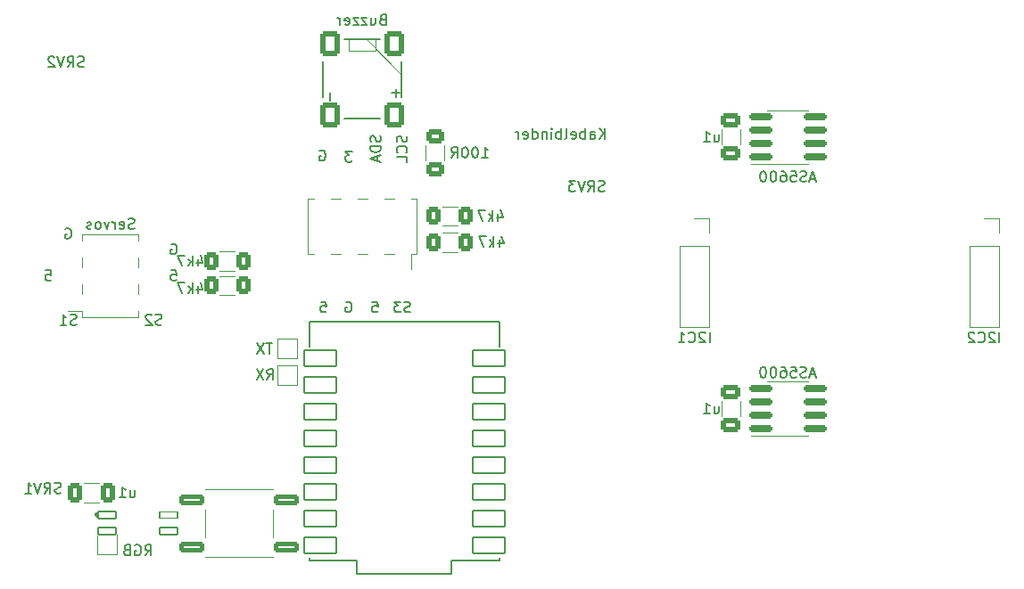
<source format=gbr>
%TF.GenerationSoftware,KiCad,Pcbnew,9.0.4*%
%TF.CreationDate,2025-12-19T12:52:20+01:00*%
%TF.ProjectId,malibotti,6d616c69-626f-4747-9469-2e6b69636164,rev?*%
%TF.SameCoordinates,Original*%
%TF.FileFunction,Legend,Bot*%
%TF.FilePolarity,Positive*%
%FSLAX46Y46*%
G04 Gerber Fmt 4.6, Leading zero omitted, Abs format (unit mm)*
G04 Created by KiCad (PCBNEW 9.0.4) date 2025-12-19 12:52:20*
%MOMM*%
%LPD*%
G01*
G04 APERTURE LIST*
G04 Aperture macros list*
%AMRoundRect*
0 Rectangle with rounded corners*
0 $1 Rounding radius*
0 $2 $3 $4 $5 $6 $7 $8 $9 X,Y pos of 4 corners*
0 Add a 4 corners polygon primitive as box body*
4,1,4,$2,$3,$4,$5,$6,$7,$8,$9,$2,$3,0*
0 Add four circle primitives for the rounded corners*
1,1,$1+$1,$2,$3*
1,1,$1+$1,$4,$5*
1,1,$1+$1,$6,$7*
1,1,$1+$1,$8,$9*
0 Add four rect primitives between the rounded corners*
20,1,$1+$1,$2,$3,$4,$5,0*
20,1,$1+$1,$4,$5,$6,$7,0*
20,1,$1+$1,$6,$7,$8,$9,0*
20,1,$1+$1,$8,$9,$2,$3,0*%
G04 Aperture macros list end*
%ADD10C,0.150000*%
%ADD11C,0.127000*%
%ADD12C,0.120000*%
%ADD13C,0.350000*%
%ADD14C,0.100000*%
%ADD15R,1.700000X1.700000*%
%ADD16C,1.700000*%
%ADD17RoundRect,0.250000X0.650000X-0.950000X0.650000X0.950000X-0.650000X0.950000X-0.650000X-0.950000X0*%
%ADD18R,1.008000X4.892000*%
%ADD19R,1.000000X4.892000*%
%ADD20R,1.500000X1.500000*%
%ADD21RoundRect,0.250000X0.650000X-0.412500X0.650000X0.412500X-0.650000X0.412500X-0.650000X-0.412500X0*%
%ADD22R,4.130000X1.008000*%
%ADD23R,4.257000X1.008000*%
%ADD24R,4.130000X1.000000*%
%ADD25R,4.257000X1.000000*%
%ADD26RoundRect,0.250000X-0.400000X-0.625000X0.400000X-0.625000X0.400000X0.625000X-0.400000X0.625000X0*%
%ADD27RoundRect,0.250000X0.400000X0.625000X-0.400000X0.625000X-0.400000X-0.625000X0.400000X-0.625000X0*%
%ADD28RoundRect,0.250000X0.412500X0.650000X-0.412500X0.650000X-0.412500X-0.650000X0.412500X-0.650000X0*%
%ADD29RoundRect,0.102000X-1.512500X-0.762000X1.512500X-0.762000X1.512500X0.762000X-1.512500X0.762000X0*%
%ADD30RoundRect,0.150000X-0.950000X-0.150000X0.950000X-0.150000X0.950000X0.150000X-0.950000X0.150000X0*%
%ADD31RoundRect,0.250000X-0.625000X0.400000X-0.625000X-0.400000X0.625000X-0.400000X0.625000X0.400000X0*%
%ADD32RoundRect,0.082000X0.868000X-0.328000X0.868000X0.328000X-0.868000X0.328000X-0.868000X-0.328000X0*%
%ADD33RoundRect,0.086000X0.864000X-0.344000X0.864000X0.344000X-0.864000X0.344000X-0.864000X-0.344000X0*%
%ADD34RoundRect,0.076000X0.874000X-0.304000X0.874000X0.304000X-0.874000X0.304000X-0.874000X-0.304000X0*%
%ADD35RoundRect,0.220000X1.005000X0.330000X-1.005000X0.330000X-1.005000X-0.330000X1.005000X-0.330000X0*%
G04 APERTURE END LIST*
D10*
X140707200Y-86985714D02*
X140754819Y-87128571D01*
X140754819Y-87128571D02*
X140754819Y-87366666D01*
X140754819Y-87366666D02*
X140707200Y-87461904D01*
X140707200Y-87461904D02*
X140659580Y-87509523D01*
X140659580Y-87509523D02*
X140564342Y-87557142D01*
X140564342Y-87557142D02*
X140469104Y-87557142D01*
X140469104Y-87557142D02*
X140373866Y-87509523D01*
X140373866Y-87509523D02*
X140326247Y-87461904D01*
X140326247Y-87461904D02*
X140278628Y-87366666D01*
X140278628Y-87366666D02*
X140231009Y-87176190D01*
X140231009Y-87176190D02*
X140183390Y-87080952D01*
X140183390Y-87080952D02*
X140135771Y-87033333D01*
X140135771Y-87033333D02*
X140040533Y-86985714D01*
X140040533Y-86985714D02*
X139945295Y-86985714D01*
X139945295Y-86985714D02*
X139850057Y-87033333D01*
X139850057Y-87033333D02*
X139802438Y-87080952D01*
X139802438Y-87080952D02*
X139754819Y-87176190D01*
X139754819Y-87176190D02*
X139754819Y-87414285D01*
X139754819Y-87414285D02*
X139802438Y-87557142D01*
X140754819Y-87985714D02*
X139754819Y-87985714D01*
X139754819Y-87985714D02*
X139754819Y-88223809D01*
X139754819Y-88223809D02*
X139802438Y-88366666D01*
X139802438Y-88366666D02*
X139897676Y-88461904D01*
X139897676Y-88461904D02*
X139992914Y-88509523D01*
X139992914Y-88509523D02*
X140183390Y-88557142D01*
X140183390Y-88557142D02*
X140326247Y-88557142D01*
X140326247Y-88557142D02*
X140516723Y-88509523D01*
X140516723Y-88509523D02*
X140611961Y-88461904D01*
X140611961Y-88461904D02*
X140707200Y-88366666D01*
X140707200Y-88366666D02*
X140754819Y-88223809D01*
X140754819Y-88223809D02*
X140754819Y-87985714D01*
X140469104Y-88938095D02*
X140469104Y-89414285D01*
X140754819Y-88842857D02*
X139754819Y-89176190D01*
X139754819Y-89176190D02*
X140754819Y-89509523D01*
X162063220Y-87269819D02*
X162063220Y-86269819D01*
X161491792Y-87269819D02*
X161920363Y-86698390D01*
X161491792Y-86269819D02*
X162063220Y-86841247D01*
X160634649Y-87269819D02*
X160634649Y-86746009D01*
X160634649Y-86746009D02*
X160682268Y-86650771D01*
X160682268Y-86650771D02*
X160777506Y-86603152D01*
X160777506Y-86603152D02*
X160967982Y-86603152D01*
X160967982Y-86603152D02*
X161063220Y-86650771D01*
X160634649Y-87222200D02*
X160729887Y-87269819D01*
X160729887Y-87269819D02*
X160967982Y-87269819D01*
X160967982Y-87269819D02*
X161063220Y-87222200D01*
X161063220Y-87222200D02*
X161110839Y-87126961D01*
X161110839Y-87126961D02*
X161110839Y-87031723D01*
X161110839Y-87031723D02*
X161063220Y-86936485D01*
X161063220Y-86936485D02*
X160967982Y-86888866D01*
X160967982Y-86888866D02*
X160729887Y-86888866D01*
X160729887Y-86888866D02*
X160634649Y-86841247D01*
X160158458Y-87269819D02*
X160158458Y-86269819D01*
X160158458Y-86650771D02*
X160063220Y-86603152D01*
X160063220Y-86603152D02*
X159872744Y-86603152D01*
X159872744Y-86603152D02*
X159777506Y-86650771D01*
X159777506Y-86650771D02*
X159729887Y-86698390D01*
X159729887Y-86698390D02*
X159682268Y-86793628D01*
X159682268Y-86793628D02*
X159682268Y-87079342D01*
X159682268Y-87079342D02*
X159729887Y-87174580D01*
X159729887Y-87174580D02*
X159777506Y-87222200D01*
X159777506Y-87222200D02*
X159872744Y-87269819D01*
X159872744Y-87269819D02*
X160063220Y-87269819D01*
X160063220Y-87269819D02*
X160158458Y-87222200D01*
X158872744Y-87222200D02*
X158967982Y-87269819D01*
X158967982Y-87269819D02*
X159158458Y-87269819D01*
X159158458Y-87269819D02*
X159253696Y-87222200D01*
X159253696Y-87222200D02*
X159301315Y-87126961D01*
X159301315Y-87126961D02*
X159301315Y-86746009D01*
X159301315Y-86746009D02*
X159253696Y-86650771D01*
X159253696Y-86650771D02*
X159158458Y-86603152D01*
X159158458Y-86603152D02*
X158967982Y-86603152D01*
X158967982Y-86603152D02*
X158872744Y-86650771D01*
X158872744Y-86650771D02*
X158825125Y-86746009D01*
X158825125Y-86746009D02*
X158825125Y-86841247D01*
X158825125Y-86841247D02*
X159301315Y-86936485D01*
X158253696Y-87269819D02*
X158348934Y-87222200D01*
X158348934Y-87222200D02*
X158396553Y-87126961D01*
X158396553Y-87126961D02*
X158396553Y-86269819D01*
X157872743Y-87269819D02*
X157872743Y-86269819D01*
X157872743Y-86650771D02*
X157777505Y-86603152D01*
X157777505Y-86603152D02*
X157587029Y-86603152D01*
X157587029Y-86603152D02*
X157491791Y-86650771D01*
X157491791Y-86650771D02*
X157444172Y-86698390D01*
X157444172Y-86698390D02*
X157396553Y-86793628D01*
X157396553Y-86793628D02*
X157396553Y-87079342D01*
X157396553Y-87079342D02*
X157444172Y-87174580D01*
X157444172Y-87174580D02*
X157491791Y-87222200D01*
X157491791Y-87222200D02*
X157587029Y-87269819D01*
X157587029Y-87269819D02*
X157777505Y-87269819D01*
X157777505Y-87269819D02*
X157872743Y-87222200D01*
X156967981Y-87269819D02*
X156967981Y-86603152D01*
X156967981Y-86269819D02*
X157015600Y-86317438D01*
X157015600Y-86317438D02*
X156967981Y-86365057D01*
X156967981Y-86365057D02*
X156920362Y-86317438D01*
X156920362Y-86317438D02*
X156967981Y-86269819D01*
X156967981Y-86269819D02*
X156967981Y-86365057D01*
X156491791Y-86603152D02*
X156491791Y-87269819D01*
X156491791Y-86698390D02*
X156444172Y-86650771D01*
X156444172Y-86650771D02*
X156348934Y-86603152D01*
X156348934Y-86603152D02*
X156206077Y-86603152D01*
X156206077Y-86603152D02*
X156110839Y-86650771D01*
X156110839Y-86650771D02*
X156063220Y-86746009D01*
X156063220Y-86746009D02*
X156063220Y-87269819D01*
X155158458Y-87269819D02*
X155158458Y-86269819D01*
X155158458Y-87222200D02*
X155253696Y-87269819D01*
X155253696Y-87269819D02*
X155444172Y-87269819D01*
X155444172Y-87269819D02*
X155539410Y-87222200D01*
X155539410Y-87222200D02*
X155587029Y-87174580D01*
X155587029Y-87174580D02*
X155634648Y-87079342D01*
X155634648Y-87079342D02*
X155634648Y-86793628D01*
X155634648Y-86793628D02*
X155587029Y-86698390D01*
X155587029Y-86698390D02*
X155539410Y-86650771D01*
X155539410Y-86650771D02*
X155444172Y-86603152D01*
X155444172Y-86603152D02*
X155253696Y-86603152D01*
X155253696Y-86603152D02*
X155158458Y-86650771D01*
X154301315Y-87222200D02*
X154396553Y-87269819D01*
X154396553Y-87269819D02*
X154587029Y-87269819D01*
X154587029Y-87269819D02*
X154682267Y-87222200D01*
X154682267Y-87222200D02*
X154729886Y-87126961D01*
X154729886Y-87126961D02*
X154729886Y-86746009D01*
X154729886Y-86746009D02*
X154682267Y-86650771D01*
X154682267Y-86650771D02*
X154587029Y-86603152D01*
X154587029Y-86603152D02*
X154396553Y-86603152D01*
X154396553Y-86603152D02*
X154301315Y-86650771D01*
X154301315Y-86650771D02*
X154253696Y-86746009D01*
X154253696Y-86746009D02*
X154253696Y-86841247D01*
X154253696Y-86841247D02*
X154729886Y-86936485D01*
X153825124Y-87269819D02*
X153825124Y-86603152D01*
X153825124Y-86793628D02*
X153777505Y-86698390D01*
X153777505Y-86698390D02*
X153729886Y-86650771D01*
X153729886Y-86650771D02*
X153634648Y-86603152D01*
X153634648Y-86603152D02*
X153539410Y-86603152D01*
X143561904Y-103707200D02*
X143419047Y-103754819D01*
X143419047Y-103754819D02*
X143180952Y-103754819D01*
X143180952Y-103754819D02*
X143085714Y-103707200D01*
X143085714Y-103707200D02*
X143038095Y-103659580D01*
X143038095Y-103659580D02*
X142990476Y-103564342D01*
X142990476Y-103564342D02*
X142990476Y-103469104D01*
X142990476Y-103469104D02*
X143038095Y-103373866D01*
X143038095Y-103373866D02*
X143085714Y-103326247D01*
X143085714Y-103326247D02*
X143180952Y-103278628D01*
X143180952Y-103278628D02*
X143371428Y-103231009D01*
X143371428Y-103231009D02*
X143466666Y-103183390D01*
X143466666Y-103183390D02*
X143514285Y-103135771D01*
X143514285Y-103135771D02*
X143561904Y-103040533D01*
X143561904Y-103040533D02*
X143561904Y-102945295D01*
X143561904Y-102945295D02*
X143514285Y-102850057D01*
X143514285Y-102850057D02*
X143466666Y-102802438D01*
X143466666Y-102802438D02*
X143371428Y-102754819D01*
X143371428Y-102754819D02*
X143133333Y-102754819D01*
X143133333Y-102754819D02*
X142990476Y-102802438D01*
X142657142Y-102754819D02*
X142038095Y-102754819D01*
X142038095Y-102754819D02*
X142371428Y-103135771D01*
X142371428Y-103135771D02*
X142228571Y-103135771D01*
X142228571Y-103135771D02*
X142133333Y-103183390D01*
X142133333Y-103183390D02*
X142085714Y-103231009D01*
X142085714Y-103231009D02*
X142038095Y-103326247D01*
X142038095Y-103326247D02*
X142038095Y-103564342D01*
X142038095Y-103564342D02*
X142085714Y-103659580D01*
X142085714Y-103659580D02*
X142133333Y-103707200D01*
X142133333Y-103707200D02*
X142228571Y-103754819D01*
X142228571Y-103754819D02*
X142514285Y-103754819D01*
X142514285Y-103754819D02*
X142609523Y-103707200D01*
X142609523Y-103707200D02*
X142657142Y-103659580D01*
X119961904Y-104907200D02*
X119819047Y-104954819D01*
X119819047Y-104954819D02*
X119580952Y-104954819D01*
X119580952Y-104954819D02*
X119485714Y-104907200D01*
X119485714Y-104907200D02*
X119438095Y-104859580D01*
X119438095Y-104859580D02*
X119390476Y-104764342D01*
X119390476Y-104764342D02*
X119390476Y-104669104D01*
X119390476Y-104669104D02*
X119438095Y-104573866D01*
X119438095Y-104573866D02*
X119485714Y-104526247D01*
X119485714Y-104526247D02*
X119580952Y-104478628D01*
X119580952Y-104478628D02*
X119771428Y-104431009D01*
X119771428Y-104431009D02*
X119866666Y-104383390D01*
X119866666Y-104383390D02*
X119914285Y-104335771D01*
X119914285Y-104335771D02*
X119961904Y-104240533D01*
X119961904Y-104240533D02*
X119961904Y-104145295D01*
X119961904Y-104145295D02*
X119914285Y-104050057D01*
X119914285Y-104050057D02*
X119866666Y-104002438D01*
X119866666Y-104002438D02*
X119771428Y-103954819D01*
X119771428Y-103954819D02*
X119533333Y-103954819D01*
X119533333Y-103954819D02*
X119390476Y-104002438D01*
X119009523Y-104050057D02*
X118961904Y-104002438D01*
X118961904Y-104002438D02*
X118866666Y-103954819D01*
X118866666Y-103954819D02*
X118628571Y-103954819D01*
X118628571Y-103954819D02*
X118533333Y-104002438D01*
X118533333Y-104002438D02*
X118485714Y-104050057D01*
X118485714Y-104050057D02*
X118438095Y-104145295D01*
X118438095Y-104145295D02*
X118438095Y-104240533D01*
X118438095Y-104240533D02*
X118485714Y-104383390D01*
X118485714Y-104383390D02*
X119057142Y-104954819D01*
X119057142Y-104954819D02*
X118438095Y-104954819D01*
X110838095Y-95802438D02*
X110933333Y-95754819D01*
X110933333Y-95754819D02*
X111076190Y-95754819D01*
X111076190Y-95754819D02*
X111219047Y-95802438D01*
X111219047Y-95802438D02*
X111314285Y-95897676D01*
X111314285Y-95897676D02*
X111361904Y-95992914D01*
X111361904Y-95992914D02*
X111409523Y-96183390D01*
X111409523Y-96183390D02*
X111409523Y-96326247D01*
X111409523Y-96326247D02*
X111361904Y-96516723D01*
X111361904Y-96516723D02*
X111314285Y-96611961D01*
X111314285Y-96611961D02*
X111219047Y-96707200D01*
X111219047Y-96707200D02*
X111076190Y-96754819D01*
X111076190Y-96754819D02*
X110980952Y-96754819D01*
X110980952Y-96754819D02*
X110838095Y-96707200D01*
X110838095Y-96707200D02*
X110790476Y-96659580D01*
X110790476Y-96659580D02*
X110790476Y-96326247D01*
X110790476Y-96326247D02*
X110980952Y-96326247D01*
X134938095Y-88402438D02*
X135033333Y-88354819D01*
X135033333Y-88354819D02*
X135176190Y-88354819D01*
X135176190Y-88354819D02*
X135319047Y-88402438D01*
X135319047Y-88402438D02*
X135414285Y-88497676D01*
X135414285Y-88497676D02*
X135461904Y-88592914D01*
X135461904Y-88592914D02*
X135509523Y-88783390D01*
X135509523Y-88783390D02*
X135509523Y-88926247D01*
X135509523Y-88926247D02*
X135461904Y-89116723D01*
X135461904Y-89116723D02*
X135414285Y-89211961D01*
X135414285Y-89211961D02*
X135319047Y-89307200D01*
X135319047Y-89307200D02*
X135176190Y-89354819D01*
X135176190Y-89354819D02*
X135080952Y-89354819D01*
X135080952Y-89354819D02*
X134938095Y-89307200D01*
X134938095Y-89307200D02*
X134890476Y-89259580D01*
X134890476Y-89259580D02*
X134890476Y-88926247D01*
X134890476Y-88926247D02*
X135080952Y-88926247D01*
X138033332Y-88454819D02*
X137414285Y-88454819D01*
X137414285Y-88454819D02*
X137747618Y-88835771D01*
X137747618Y-88835771D02*
X137604761Y-88835771D01*
X137604761Y-88835771D02*
X137509523Y-88883390D01*
X137509523Y-88883390D02*
X137461904Y-88931009D01*
X137461904Y-88931009D02*
X137414285Y-89026247D01*
X137414285Y-89026247D02*
X137414285Y-89264342D01*
X137414285Y-89264342D02*
X137461904Y-89359580D01*
X137461904Y-89359580D02*
X137509523Y-89407200D01*
X137509523Y-89407200D02*
X137604761Y-89454819D01*
X137604761Y-89454819D02*
X137890475Y-89454819D01*
X137890475Y-89454819D02*
X137985713Y-89407200D01*
X137985713Y-89407200D02*
X138033332Y-89359580D01*
X120861904Y-99754819D02*
X121338094Y-99754819D01*
X121338094Y-99754819D02*
X121385713Y-100231009D01*
X121385713Y-100231009D02*
X121338094Y-100183390D01*
X121338094Y-100183390D02*
X121242856Y-100135771D01*
X121242856Y-100135771D02*
X121004761Y-100135771D01*
X121004761Y-100135771D02*
X120909523Y-100183390D01*
X120909523Y-100183390D02*
X120861904Y-100231009D01*
X120861904Y-100231009D02*
X120814285Y-100326247D01*
X120814285Y-100326247D02*
X120814285Y-100564342D01*
X120814285Y-100564342D02*
X120861904Y-100659580D01*
X120861904Y-100659580D02*
X120909523Y-100707200D01*
X120909523Y-100707200D02*
X121004761Y-100754819D01*
X121004761Y-100754819D02*
X121242856Y-100754819D01*
X121242856Y-100754819D02*
X121338094Y-100707200D01*
X121338094Y-100707200D02*
X121385713Y-100659580D01*
X143207200Y-87009524D02*
X143254819Y-87152381D01*
X143254819Y-87152381D02*
X143254819Y-87390476D01*
X143254819Y-87390476D02*
X143207200Y-87485714D01*
X143207200Y-87485714D02*
X143159580Y-87533333D01*
X143159580Y-87533333D02*
X143064342Y-87580952D01*
X143064342Y-87580952D02*
X142969104Y-87580952D01*
X142969104Y-87580952D02*
X142873866Y-87533333D01*
X142873866Y-87533333D02*
X142826247Y-87485714D01*
X142826247Y-87485714D02*
X142778628Y-87390476D01*
X142778628Y-87390476D02*
X142731009Y-87200000D01*
X142731009Y-87200000D02*
X142683390Y-87104762D01*
X142683390Y-87104762D02*
X142635771Y-87057143D01*
X142635771Y-87057143D02*
X142540533Y-87009524D01*
X142540533Y-87009524D02*
X142445295Y-87009524D01*
X142445295Y-87009524D02*
X142350057Y-87057143D01*
X142350057Y-87057143D02*
X142302438Y-87104762D01*
X142302438Y-87104762D02*
X142254819Y-87200000D01*
X142254819Y-87200000D02*
X142254819Y-87438095D01*
X142254819Y-87438095D02*
X142302438Y-87580952D01*
X143159580Y-88580952D02*
X143207200Y-88533333D01*
X143207200Y-88533333D02*
X143254819Y-88390476D01*
X143254819Y-88390476D02*
X143254819Y-88295238D01*
X143254819Y-88295238D02*
X143207200Y-88152381D01*
X143207200Y-88152381D02*
X143111961Y-88057143D01*
X143111961Y-88057143D02*
X143016723Y-88009524D01*
X143016723Y-88009524D02*
X142826247Y-87961905D01*
X142826247Y-87961905D02*
X142683390Y-87961905D01*
X142683390Y-87961905D02*
X142492914Y-88009524D01*
X142492914Y-88009524D02*
X142397676Y-88057143D01*
X142397676Y-88057143D02*
X142302438Y-88152381D01*
X142302438Y-88152381D02*
X142254819Y-88295238D01*
X142254819Y-88295238D02*
X142254819Y-88390476D01*
X142254819Y-88390476D02*
X142302438Y-88533333D01*
X142302438Y-88533333D02*
X142350057Y-88580952D01*
X143254819Y-89485714D02*
X143254819Y-89009524D01*
X143254819Y-89009524D02*
X142254819Y-89009524D01*
X139961904Y-102754819D02*
X140438094Y-102754819D01*
X140438094Y-102754819D02*
X140485713Y-103231009D01*
X140485713Y-103231009D02*
X140438094Y-103183390D01*
X140438094Y-103183390D02*
X140342856Y-103135771D01*
X140342856Y-103135771D02*
X140104761Y-103135771D01*
X140104761Y-103135771D02*
X140009523Y-103183390D01*
X140009523Y-103183390D02*
X139961904Y-103231009D01*
X139961904Y-103231009D02*
X139914285Y-103326247D01*
X139914285Y-103326247D02*
X139914285Y-103564342D01*
X139914285Y-103564342D02*
X139961904Y-103659580D01*
X139961904Y-103659580D02*
X140009523Y-103707200D01*
X140009523Y-103707200D02*
X140104761Y-103754819D01*
X140104761Y-103754819D02*
X140342856Y-103754819D01*
X140342856Y-103754819D02*
X140438094Y-103707200D01*
X140438094Y-103707200D02*
X140485713Y-103659580D01*
X135061904Y-102754819D02*
X135538094Y-102754819D01*
X135538094Y-102754819D02*
X135585713Y-103231009D01*
X135585713Y-103231009D02*
X135538094Y-103183390D01*
X135538094Y-103183390D02*
X135442856Y-103135771D01*
X135442856Y-103135771D02*
X135204761Y-103135771D01*
X135204761Y-103135771D02*
X135109523Y-103183390D01*
X135109523Y-103183390D02*
X135061904Y-103231009D01*
X135061904Y-103231009D02*
X135014285Y-103326247D01*
X135014285Y-103326247D02*
X135014285Y-103564342D01*
X135014285Y-103564342D02*
X135061904Y-103659580D01*
X135061904Y-103659580D02*
X135109523Y-103707200D01*
X135109523Y-103707200D02*
X135204761Y-103754819D01*
X135204761Y-103754819D02*
X135442856Y-103754819D01*
X135442856Y-103754819D02*
X135538094Y-103707200D01*
X135538094Y-103707200D02*
X135585713Y-103659580D01*
X108961904Y-99754819D02*
X109438094Y-99754819D01*
X109438094Y-99754819D02*
X109485713Y-100231009D01*
X109485713Y-100231009D02*
X109438094Y-100183390D01*
X109438094Y-100183390D02*
X109342856Y-100135771D01*
X109342856Y-100135771D02*
X109104761Y-100135771D01*
X109104761Y-100135771D02*
X109009523Y-100183390D01*
X109009523Y-100183390D02*
X108961904Y-100231009D01*
X108961904Y-100231009D02*
X108914285Y-100326247D01*
X108914285Y-100326247D02*
X108914285Y-100564342D01*
X108914285Y-100564342D02*
X108961904Y-100659580D01*
X108961904Y-100659580D02*
X109009523Y-100707200D01*
X109009523Y-100707200D02*
X109104761Y-100754819D01*
X109104761Y-100754819D02*
X109342856Y-100754819D01*
X109342856Y-100754819D02*
X109438094Y-100707200D01*
X109438094Y-100707200D02*
X109485713Y-100659580D01*
X111861904Y-104907200D02*
X111719047Y-104954819D01*
X111719047Y-104954819D02*
X111480952Y-104954819D01*
X111480952Y-104954819D02*
X111385714Y-104907200D01*
X111385714Y-104907200D02*
X111338095Y-104859580D01*
X111338095Y-104859580D02*
X111290476Y-104764342D01*
X111290476Y-104764342D02*
X111290476Y-104669104D01*
X111290476Y-104669104D02*
X111338095Y-104573866D01*
X111338095Y-104573866D02*
X111385714Y-104526247D01*
X111385714Y-104526247D02*
X111480952Y-104478628D01*
X111480952Y-104478628D02*
X111671428Y-104431009D01*
X111671428Y-104431009D02*
X111766666Y-104383390D01*
X111766666Y-104383390D02*
X111814285Y-104335771D01*
X111814285Y-104335771D02*
X111861904Y-104240533D01*
X111861904Y-104240533D02*
X111861904Y-104145295D01*
X111861904Y-104145295D02*
X111814285Y-104050057D01*
X111814285Y-104050057D02*
X111766666Y-104002438D01*
X111766666Y-104002438D02*
X111671428Y-103954819D01*
X111671428Y-103954819D02*
X111433333Y-103954819D01*
X111433333Y-103954819D02*
X111290476Y-104002438D01*
X110338095Y-104954819D02*
X110909523Y-104954819D01*
X110623809Y-104954819D02*
X110623809Y-103954819D01*
X110623809Y-103954819D02*
X110719047Y-104097676D01*
X110719047Y-104097676D02*
X110814285Y-104192914D01*
X110814285Y-104192914D02*
X110909523Y-104240533D01*
X120838095Y-97302438D02*
X120933333Y-97254819D01*
X120933333Y-97254819D02*
X121076190Y-97254819D01*
X121076190Y-97254819D02*
X121219047Y-97302438D01*
X121219047Y-97302438D02*
X121314285Y-97397676D01*
X121314285Y-97397676D02*
X121361904Y-97492914D01*
X121361904Y-97492914D02*
X121409523Y-97683390D01*
X121409523Y-97683390D02*
X121409523Y-97826247D01*
X121409523Y-97826247D02*
X121361904Y-98016723D01*
X121361904Y-98016723D02*
X121314285Y-98111961D01*
X121314285Y-98111961D02*
X121219047Y-98207200D01*
X121219047Y-98207200D02*
X121076190Y-98254819D01*
X121076190Y-98254819D02*
X120980952Y-98254819D01*
X120980952Y-98254819D02*
X120838095Y-98207200D01*
X120838095Y-98207200D02*
X120790476Y-98159580D01*
X120790476Y-98159580D02*
X120790476Y-97826247D01*
X120790476Y-97826247D02*
X120980952Y-97826247D01*
X137438095Y-102802438D02*
X137533333Y-102754819D01*
X137533333Y-102754819D02*
X137676190Y-102754819D01*
X137676190Y-102754819D02*
X137819047Y-102802438D01*
X137819047Y-102802438D02*
X137914285Y-102897676D01*
X137914285Y-102897676D02*
X137961904Y-102992914D01*
X137961904Y-102992914D02*
X138009523Y-103183390D01*
X138009523Y-103183390D02*
X138009523Y-103326247D01*
X138009523Y-103326247D02*
X137961904Y-103516723D01*
X137961904Y-103516723D02*
X137914285Y-103611961D01*
X137914285Y-103611961D02*
X137819047Y-103707200D01*
X137819047Y-103707200D02*
X137676190Y-103754819D01*
X137676190Y-103754819D02*
X137580952Y-103754819D01*
X137580952Y-103754819D02*
X137438095Y-103707200D01*
X137438095Y-103707200D02*
X137390476Y-103659580D01*
X137390476Y-103659580D02*
X137390476Y-103326247D01*
X137390476Y-103326247D02*
X137580952Y-103326247D01*
X112590475Y-80407200D02*
X112447618Y-80454819D01*
X112447618Y-80454819D02*
X112209523Y-80454819D01*
X112209523Y-80454819D02*
X112114285Y-80407200D01*
X112114285Y-80407200D02*
X112066666Y-80359580D01*
X112066666Y-80359580D02*
X112019047Y-80264342D01*
X112019047Y-80264342D02*
X112019047Y-80169104D01*
X112019047Y-80169104D02*
X112066666Y-80073866D01*
X112066666Y-80073866D02*
X112114285Y-80026247D01*
X112114285Y-80026247D02*
X112209523Y-79978628D01*
X112209523Y-79978628D02*
X112399999Y-79931009D01*
X112399999Y-79931009D02*
X112495237Y-79883390D01*
X112495237Y-79883390D02*
X112542856Y-79835771D01*
X112542856Y-79835771D02*
X112590475Y-79740533D01*
X112590475Y-79740533D02*
X112590475Y-79645295D01*
X112590475Y-79645295D02*
X112542856Y-79550057D01*
X112542856Y-79550057D02*
X112495237Y-79502438D01*
X112495237Y-79502438D02*
X112399999Y-79454819D01*
X112399999Y-79454819D02*
X112161904Y-79454819D01*
X112161904Y-79454819D02*
X112019047Y-79502438D01*
X111019047Y-80454819D02*
X111352380Y-79978628D01*
X111590475Y-80454819D02*
X111590475Y-79454819D01*
X111590475Y-79454819D02*
X111209523Y-79454819D01*
X111209523Y-79454819D02*
X111114285Y-79502438D01*
X111114285Y-79502438D02*
X111066666Y-79550057D01*
X111066666Y-79550057D02*
X111019047Y-79645295D01*
X111019047Y-79645295D02*
X111019047Y-79788152D01*
X111019047Y-79788152D02*
X111066666Y-79883390D01*
X111066666Y-79883390D02*
X111114285Y-79931009D01*
X111114285Y-79931009D02*
X111209523Y-79978628D01*
X111209523Y-79978628D02*
X111590475Y-79978628D01*
X110733332Y-79454819D02*
X110399999Y-80454819D01*
X110399999Y-80454819D02*
X110066666Y-79454819D01*
X109780951Y-79550057D02*
X109733332Y-79502438D01*
X109733332Y-79502438D02*
X109638094Y-79454819D01*
X109638094Y-79454819D02*
X109399999Y-79454819D01*
X109399999Y-79454819D02*
X109304761Y-79502438D01*
X109304761Y-79502438D02*
X109257142Y-79550057D01*
X109257142Y-79550057D02*
X109209523Y-79645295D01*
X109209523Y-79645295D02*
X109209523Y-79740533D01*
X109209523Y-79740533D02*
X109257142Y-79883390D01*
X109257142Y-79883390D02*
X109828570Y-80454819D01*
X109828570Y-80454819D02*
X109209523Y-80454819D01*
X110390475Y-120907200D02*
X110247618Y-120954819D01*
X110247618Y-120954819D02*
X110009523Y-120954819D01*
X110009523Y-120954819D02*
X109914285Y-120907200D01*
X109914285Y-120907200D02*
X109866666Y-120859580D01*
X109866666Y-120859580D02*
X109819047Y-120764342D01*
X109819047Y-120764342D02*
X109819047Y-120669104D01*
X109819047Y-120669104D02*
X109866666Y-120573866D01*
X109866666Y-120573866D02*
X109914285Y-120526247D01*
X109914285Y-120526247D02*
X110009523Y-120478628D01*
X110009523Y-120478628D02*
X110199999Y-120431009D01*
X110199999Y-120431009D02*
X110295237Y-120383390D01*
X110295237Y-120383390D02*
X110342856Y-120335771D01*
X110342856Y-120335771D02*
X110390475Y-120240533D01*
X110390475Y-120240533D02*
X110390475Y-120145295D01*
X110390475Y-120145295D02*
X110342856Y-120050057D01*
X110342856Y-120050057D02*
X110295237Y-120002438D01*
X110295237Y-120002438D02*
X110199999Y-119954819D01*
X110199999Y-119954819D02*
X109961904Y-119954819D01*
X109961904Y-119954819D02*
X109819047Y-120002438D01*
X108819047Y-120954819D02*
X109152380Y-120478628D01*
X109390475Y-120954819D02*
X109390475Y-119954819D01*
X109390475Y-119954819D02*
X109009523Y-119954819D01*
X109009523Y-119954819D02*
X108914285Y-120002438D01*
X108914285Y-120002438D02*
X108866666Y-120050057D01*
X108866666Y-120050057D02*
X108819047Y-120145295D01*
X108819047Y-120145295D02*
X108819047Y-120288152D01*
X108819047Y-120288152D02*
X108866666Y-120383390D01*
X108866666Y-120383390D02*
X108914285Y-120431009D01*
X108914285Y-120431009D02*
X109009523Y-120478628D01*
X109009523Y-120478628D02*
X109390475Y-120478628D01*
X108533332Y-119954819D02*
X108199999Y-120954819D01*
X108199999Y-120954819D02*
X107866666Y-119954819D01*
X107009523Y-120954819D02*
X107580951Y-120954819D01*
X107295237Y-120954819D02*
X107295237Y-119954819D01*
X107295237Y-119954819D02*
X107390475Y-120097676D01*
X107390475Y-120097676D02*
X107485713Y-120192914D01*
X107485713Y-120192914D02*
X107580951Y-120240533D01*
X161990475Y-92207200D02*
X161847618Y-92254819D01*
X161847618Y-92254819D02*
X161609523Y-92254819D01*
X161609523Y-92254819D02*
X161514285Y-92207200D01*
X161514285Y-92207200D02*
X161466666Y-92159580D01*
X161466666Y-92159580D02*
X161419047Y-92064342D01*
X161419047Y-92064342D02*
X161419047Y-91969104D01*
X161419047Y-91969104D02*
X161466666Y-91873866D01*
X161466666Y-91873866D02*
X161514285Y-91826247D01*
X161514285Y-91826247D02*
X161609523Y-91778628D01*
X161609523Y-91778628D02*
X161799999Y-91731009D01*
X161799999Y-91731009D02*
X161895237Y-91683390D01*
X161895237Y-91683390D02*
X161942856Y-91635771D01*
X161942856Y-91635771D02*
X161990475Y-91540533D01*
X161990475Y-91540533D02*
X161990475Y-91445295D01*
X161990475Y-91445295D02*
X161942856Y-91350057D01*
X161942856Y-91350057D02*
X161895237Y-91302438D01*
X161895237Y-91302438D02*
X161799999Y-91254819D01*
X161799999Y-91254819D02*
X161561904Y-91254819D01*
X161561904Y-91254819D02*
X161419047Y-91302438D01*
X160419047Y-92254819D02*
X160752380Y-91778628D01*
X160990475Y-92254819D02*
X160990475Y-91254819D01*
X160990475Y-91254819D02*
X160609523Y-91254819D01*
X160609523Y-91254819D02*
X160514285Y-91302438D01*
X160514285Y-91302438D02*
X160466666Y-91350057D01*
X160466666Y-91350057D02*
X160419047Y-91445295D01*
X160419047Y-91445295D02*
X160419047Y-91588152D01*
X160419047Y-91588152D02*
X160466666Y-91683390D01*
X160466666Y-91683390D02*
X160514285Y-91731009D01*
X160514285Y-91731009D02*
X160609523Y-91778628D01*
X160609523Y-91778628D02*
X160990475Y-91778628D01*
X160133332Y-91254819D02*
X159799999Y-92254819D01*
X159799999Y-92254819D02*
X159466666Y-91254819D01*
X159228570Y-91254819D02*
X158609523Y-91254819D01*
X158609523Y-91254819D02*
X158942856Y-91635771D01*
X158942856Y-91635771D02*
X158799999Y-91635771D01*
X158799999Y-91635771D02*
X158704761Y-91683390D01*
X158704761Y-91683390D02*
X158657142Y-91731009D01*
X158657142Y-91731009D02*
X158609523Y-91826247D01*
X158609523Y-91826247D02*
X158609523Y-92064342D01*
X158609523Y-92064342D02*
X158657142Y-92159580D01*
X158657142Y-92159580D02*
X158704761Y-92207200D01*
X158704761Y-92207200D02*
X158799999Y-92254819D01*
X158799999Y-92254819D02*
X159085713Y-92254819D01*
X159085713Y-92254819D02*
X159180951Y-92207200D01*
X159180951Y-92207200D02*
X159228570Y-92159580D01*
X140928571Y-75931009D02*
X140785714Y-75978628D01*
X140785714Y-75978628D02*
X140738095Y-76026247D01*
X140738095Y-76026247D02*
X140690476Y-76121485D01*
X140690476Y-76121485D02*
X140690476Y-76264342D01*
X140690476Y-76264342D02*
X140738095Y-76359580D01*
X140738095Y-76359580D02*
X140785714Y-76407200D01*
X140785714Y-76407200D02*
X140880952Y-76454819D01*
X140880952Y-76454819D02*
X141261904Y-76454819D01*
X141261904Y-76454819D02*
X141261904Y-75454819D01*
X141261904Y-75454819D02*
X140928571Y-75454819D01*
X140928571Y-75454819D02*
X140833333Y-75502438D01*
X140833333Y-75502438D02*
X140785714Y-75550057D01*
X140785714Y-75550057D02*
X140738095Y-75645295D01*
X140738095Y-75645295D02*
X140738095Y-75740533D01*
X140738095Y-75740533D02*
X140785714Y-75835771D01*
X140785714Y-75835771D02*
X140833333Y-75883390D01*
X140833333Y-75883390D02*
X140928571Y-75931009D01*
X140928571Y-75931009D02*
X141261904Y-75931009D01*
X139833333Y-75788152D02*
X139833333Y-76454819D01*
X140261904Y-75788152D02*
X140261904Y-76311961D01*
X140261904Y-76311961D02*
X140214285Y-76407200D01*
X140214285Y-76407200D02*
X140119047Y-76454819D01*
X140119047Y-76454819D02*
X139976190Y-76454819D01*
X139976190Y-76454819D02*
X139880952Y-76407200D01*
X139880952Y-76407200D02*
X139833333Y-76359580D01*
X139452380Y-75788152D02*
X138928571Y-75788152D01*
X138928571Y-75788152D02*
X139452380Y-76454819D01*
X139452380Y-76454819D02*
X138928571Y-76454819D01*
X138642856Y-75788152D02*
X138119047Y-75788152D01*
X138119047Y-75788152D02*
X138642856Y-76454819D01*
X138642856Y-76454819D02*
X138119047Y-76454819D01*
X137357142Y-76407200D02*
X137452380Y-76454819D01*
X137452380Y-76454819D02*
X137642856Y-76454819D01*
X137642856Y-76454819D02*
X137738094Y-76407200D01*
X137738094Y-76407200D02*
X137785713Y-76311961D01*
X137785713Y-76311961D02*
X137785713Y-75931009D01*
X137785713Y-75931009D02*
X137738094Y-75835771D01*
X137738094Y-75835771D02*
X137642856Y-75788152D01*
X137642856Y-75788152D02*
X137452380Y-75788152D01*
X137452380Y-75788152D02*
X137357142Y-75835771D01*
X137357142Y-75835771D02*
X137309523Y-75931009D01*
X137309523Y-75931009D02*
X137309523Y-76026247D01*
X137309523Y-76026247D02*
X137785713Y-76121485D01*
X136880951Y-76454819D02*
X136880951Y-75788152D01*
X136880951Y-75978628D02*
X136833332Y-75883390D01*
X136833332Y-75883390D02*
X136785713Y-75835771D01*
X136785713Y-75835771D02*
X136690475Y-75788152D01*
X136690475Y-75788152D02*
X136595237Y-75788152D01*
X135973866Y-82919048D02*
X135973866Y-83680953D01*
X142173866Y-82519048D02*
X142173866Y-83280953D01*
X142554819Y-82900000D02*
X141792914Y-82900000D01*
X171977380Y-106634819D02*
X171977380Y-105634819D01*
X171548809Y-105730057D02*
X171501190Y-105682438D01*
X171501190Y-105682438D02*
X171405952Y-105634819D01*
X171405952Y-105634819D02*
X171167857Y-105634819D01*
X171167857Y-105634819D02*
X171072619Y-105682438D01*
X171072619Y-105682438D02*
X171025000Y-105730057D01*
X171025000Y-105730057D02*
X170977381Y-105825295D01*
X170977381Y-105825295D02*
X170977381Y-105920533D01*
X170977381Y-105920533D02*
X171025000Y-106063390D01*
X171025000Y-106063390D02*
X171596428Y-106634819D01*
X171596428Y-106634819D02*
X170977381Y-106634819D01*
X169977381Y-106539580D02*
X170025000Y-106587200D01*
X170025000Y-106587200D02*
X170167857Y-106634819D01*
X170167857Y-106634819D02*
X170263095Y-106634819D01*
X170263095Y-106634819D02*
X170405952Y-106587200D01*
X170405952Y-106587200D02*
X170501190Y-106491961D01*
X170501190Y-106491961D02*
X170548809Y-106396723D01*
X170548809Y-106396723D02*
X170596428Y-106206247D01*
X170596428Y-106206247D02*
X170596428Y-106063390D01*
X170596428Y-106063390D02*
X170548809Y-105872914D01*
X170548809Y-105872914D02*
X170501190Y-105777676D01*
X170501190Y-105777676D02*
X170405952Y-105682438D01*
X170405952Y-105682438D02*
X170263095Y-105634819D01*
X170263095Y-105634819D02*
X170167857Y-105634819D01*
X170167857Y-105634819D02*
X170025000Y-105682438D01*
X170025000Y-105682438D02*
X169977381Y-105730057D01*
X169025000Y-106634819D02*
X169596428Y-106634819D01*
X169310714Y-106634819D02*
X169310714Y-105634819D01*
X169310714Y-105634819D02*
X169405952Y-105777676D01*
X169405952Y-105777676D02*
X169501190Y-105872914D01*
X169501190Y-105872914D02*
X169596428Y-105920533D01*
X130461904Y-106654819D02*
X129890476Y-106654819D01*
X130176190Y-107654819D02*
X130176190Y-106654819D01*
X129652380Y-106654819D02*
X128985714Y-107654819D01*
X128985714Y-106654819D02*
X129652380Y-107654819D01*
X172411904Y-112688152D02*
X172411904Y-113354819D01*
X172840475Y-112688152D02*
X172840475Y-113211961D01*
X172840475Y-113211961D02*
X172792856Y-113307200D01*
X172792856Y-113307200D02*
X172697618Y-113354819D01*
X172697618Y-113354819D02*
X172554761Y-113354819D01*
X172554761Y-113354819D02*
X172459523Y-113307200D01*
X172459523Y-113307200D02*
X172411904Y-113259580D01*
X171411904Y-113354819D02*
X171983332Y-113354819D01*
X171697618Y-113354819D02*
X171697618Y-112354819D01*
X171697618Y-112354819D02*
X171792856Y-112497676D01*
X171792856Y-112497676D02*
X171888094Y-112592914D01*
X171888094Y-112592914D02*
X171983332Y-112640533D01*
X117361904Y-95787200D02*
X117219047Y-95834819D01*
X117219047Y-95834819D02*
X116980952Y-95834819D01*
X116980952Y-95834819D02*
X116885714Y-95787200D01*
X116885714Y-95787200D02*
X116838095Y-95739580D01*
X116838095Y-95739580D02*
X116790476Y-95644342D01*
X116790476Y-95644342D02*
X116790476Y-95549104D01*
X116790476Y-95549104D02*
X116838095Y-95453866D01*
X116838095Y-95453866D02*
X116885714Y-95406247D01*
X116885714Y-95406247D02*
X116980952Y-95358628D01*
X116980952Y-95358628D02*
X117171428Y-95311009D01*
X117171428Y-95311009D02*
X117266666Y-95263390D01*
X117266666Y-95263390D02*
X117314285Y-95215771D01*
X117314285Y-95215771D02*
X117361904Y-95120533D01*
X117361904Y-95120533D02*
X117361904Y-95025295D01*
X117361904Y-95025295D02*
X117314285Y-94930057D01*
X117314285Y-94930057D02*
X117266666Y-94882438D01*
X117266666Y-94882438D02*
X117171428Y-94834819D01*
X117171428Y-94834819D02*
X116933333Y-94834819D01*
X116933333Y-94834819D02*
X116790476Y-94882438D01*
X115980952Y-95787200D02*
X116076190Y-95834819D01*
X116076190Y-95834819D02*
X116266666Y-95834819D01*
X116266666Y-95834819D02*
X116361904Y-95787200D01*
X116361904Y-95787200D02*
X116409523Y-95691961D01*
X116409523Y-95691961D02*
X116409523Y-95311009D01*
X116409523Y-95311009D02*
X116361904Y-95215771D01*
X116361904Y-95215771D02*
X116266666Y-95168152D01*
X116266666Y-95168152D02*
X116076190Y-95168152D01*
X116076190Y-95168152D02*
X115980952Y-95215771D01*
X115980952Y-95215771D02*
X115933333Y-95311009D01*
X115933333Y-95311009D02*
X115933333Y-95406247D01*
X115933333Y-95406247D02*
X116409523Y-95501485D01*
X115504761Y-95834819D02*
X115504761Y-95168152D01*
X115504761Y-95358628D02*
X115457142Y-95263390D01*
X115457142Y-95263390D02*
X115409523Y-95215771D01*
X115409523Y-95215771D02*
X115314285Y-95168152D01*
X115314285Y-95168152D02*
X115219047Y-95168152D01*
X114980951Y-95168152D02*
X114742856Y-95834819D01*
X114742856Y-95834819D02*
X114504761Y-95168152D01*
X113980951Y-95834819D02*
X114076189Y-95787200D01*
X114076189Y-95787200D02*
X114123808Y-95739580D01*
X114123808Y-95739580D02*
X114171427Y-95644342D01*
X114171427Y-95644342D02*
X114171427Y-95358628D01*
X114171427Y-95358628D02*
X114123808Y-95263390D01*
X114123808Y-95263390D02*
X114076189Y-95215771D01*
X114076189Y-95215771D02*
X113980951Y-95168152D01*
X113980951Y-95168152D02*
X113838094Y-95168152D01*
X113838094Y-95168152D02*
X113742856Y-95215771D01*
X113742856Y-95215771D02*
X113695237Y-95263390D01*
X113695237Y-95263390D02*
X113647618Y-95358628D01*
X113647618Y-95358628D02*
X113647618Y-95644342D01*
X113647618Y-95644342D02*
X113695237Y-95739580D01*
X113695237Y-95739580D02*
X113742856Y-95787200D01*
X113742856Y-95787200D02*
X113838094Y-95834819D01*
X113838094Y-95834819D02*
X113980951Y-95834819D01*
X113266665Y-95787200D02*
X113171427Y-95834819D01*
X113171427Y-95834819D02*
X112980951Y-95834819D01*
X112980951Y-95834819D02*
X112885713Y-95787200D01*
X112885713Y-95787200D02*
X112838094Y-95691961D01*
X112838094Y-95691961D02*
X112838094Y-95644342D01*
X112838094Y-95644342D02*
X112885713Y-95549104D01*
X112885713Y-95549104D02*
X112980951Y-95501485D01*
X112980951Y-95501485D02*
X113123808Y-95501485D01*
X113123808Y-95501485D02*
X113219046Y-95453866D01*
X113219046Y-95453866D02*
X113266665Y-95358628D01*
X113266665Y-95358628D02*
X113266665Y-95311009D01*
X113266665Y-95311009D02*
X113219046Y-95215771D01*
X113219046Y-95215771D02*
X113123808Y-95168152D01*
X113123808Y-95168152D02*
X112980951Y-95168152D01*
X112980951Y-95168152D02*
X112885713Y-95215771D01*
X199477380Y-106634819D02*
X199477380Y-105634819D01*
X199048809Y-105730057D02*
X199001190Y-105682438D01*
X199001190Y-105682438D02*
X198905952Y-105634819D01*
X198905952Y-105634819D02*
X198667857Y-105634819D01*
X198667857Y-105634819D02*
X198572619Y-105682438D01*
X198572619Y-105682438D02*
X198525000Y-105730057D01*
X198525000Y-105730057D02*
X198477381Y-105825295D01*
X198477381Y-105825295D02*
X198477381Y-105920533D01*
X198477381Y-105920533D02*
X198525000Y-106063390D01*
X198525000Y-106063390D02*
X199096428Y-106634819D01*
X199096428Y-106634819D02*
X198477381Y-106634819D01*
X197477381Y-106539580D02*
X197525000Y-106587200D01*
X197525000Y-106587200D02*
X197667857Y-106634819D01*
X197667857Y-106634819D02*
X197763095Y-106634819D01*
X197763095Y-106634819D02*
X197905952Y-106587200D01*
X197905952Y-106587200D02*
X198001190Y-106491961D01*
X198001190Y-106491961D02*
X198048809Y-106396723D01*
X198048809Y-106396723D02*
X198096428Y-106206247D01*
X198096428Y-106206247D02*
X198096428Y-106063390D01*
X198096428Y-106063390D02*
X198048809Y-105872914D01*
X198048809Y-105872914D02*
X198001190Y-105777676D01*
X198001190Y-105777676D02*
X197905952Y-105682438D01*
X197905952Y-105682438D02*
X197763095Y-105634819D01*
X197763095Y-105634819D02*
X197667857Y-105634819D01*
X197667857Y-105634819D02*
X197525000Y-105682438D01*
X197525000Y-105682438D02*
X197477381Y-105730057D01*
X197096428Y-105730057D02*
X197048809Y-105682438D01*
X197048809Y-105682438D02*
X196953571Y-105634819D01*
X196953571Y-105634819D02*
X196715476Y-105634819D01*
X196715476Y-105634819D02*
X196620238Y-105682438D01*
X196620238Y-105682438D02*
X196572619Y-105730057D01*
X196572619Y-105730057D02*
X196525000Y-105825295D01*
X196525000Y-105825295D02*
X196525000Y-105920533D01*
X196525000Y-105920533D02*
X196572619Y-106063390D01*
X196572619Y-106063390D02*
X197144047Y-106634819D01*
X197144047Y-106634819D02*
X196525000Y-106634819D01*
X151890476Y-94388152D02*
X151890476Y-95054819D01*
X152128571Y-94007200D02*
X152366666Y-94721485D01*
X152366666Y-94721485D02*
X151747619Y-94721485D01*
X151366666Y-95054819D02*
X151366666Y-94054819D01*
X151271428Y-94673866D02*
X150985714Y-95054819D01*
X150985714Y-94388152D02*
X151366666Y-94769104D01*
X150652380Y-94054819D02*
X149985714Y-94054819D01*
X149985714Y-94054819D02*
X150414285Y-95054819D01*
X123390476Y-98688152D02*
X123390476Y-99354819D01*
X123628571Y-98307200D02*
X123866666Y-99021485D01*
X123866666Y-99021485D02*
X123247619Y-99021485D01*
X122866666Y-99354819D02*
X122866666Y-98354819D01*
X122771428Y-98973866D02*
X122485714Y-99354819D01*
X122485714Y-98688152D02*
X122866666Y-99069104D01*
X122152380Y-98354819D02*
X121485714Y-98354819D01*
X121485714Y-98354819D02*
X121914285Y-99354819D01*
X123390476Y-101288152D02*
X123390476Y-101954819D01*
X123628571Y-100907200D02*
X123866666Y-101621485D01*
X123866666Y-101621485D02*
X123247619Y-101621485D01*
X122866666Y-101954819D02*
X122866666Y-100954819D01*
X122771428Y-101573866D02*
X122485714Y-101954819D01*
X122485714Y-101288152D02*
X122866666Y-101669104D01*
X122152380Y-100954819D02*
X121485714Y-100954819D01*
X121485714Y-100954819D02*
X121914285Y-101954819D01*
X118390476Y-126854819D02*
X118723809Y-126378628D01*
X118961904Y-126854819D02*
X118961904Y-125854819D01*
X118961904Y-125854819D02*
X118580952Y-125854819D01*
X118580952Y-125854819D02*
X118485714Y-125902438D01*
X118485714Y-125902438D02*
X118438095Y-125950057D01*
X118438095Y-125950057D02*
X118390476Y-126045295D01*
X118390476Y-126045295D02*
X118390476Y-126188152D01*
X118390476Y-126188152D02*
X118438095Y-126283390D01*
X118438095Y-126283390D02*
X118485714Y-126331009D01*
X118485714Y-126331009D02*
X118580952Y-126378628D01*
X118580952Y-126378628D02*
X118961904Y-126378628D01*
X117438095Y-125902438D02*
X117533333Y-125854819D01*
X117533333Y-125854819D02*
X117676190Y-125854819D01*
X117676190Y-125854819D02*
X117819047Y-125902438D01*
X117819047Y-125902438D02*
X117914285Y-125997676D01*
X117914285Y-125997676D02*
X117961904Y-126092914D01*
X117961904Y-126092914D02*
X118009523Y-126283390D01*
X118009523Y-126283390D02*
X118009523Y-126426247D01*
X118009523Y-126426247D02*
X117961904Y-126616723D01*
X117961904Y-126616723D02*
X117914285Y-126711961D01*
X117914285Y-126711961D02*
X117819047Y-126807200D01*
X117819047Y-126807200D02*
X117676190Y-126854819D01*
X117676190Y-126854819D02*
X117580952Y-126854819D01*
X117580952Y-126854819D02*
X117438095Y-126807200D01*
X117438095Y-126807200D02*
X117390476Y-126759580D01*
X117390476Y-126759580D02*
X117390476Y-126426247D01*
X117390476Y-126426247D02*
X117580952Y-126426247D01*
X116628571Y-126331009D02*
X116485714Y-126378628D01*
X116485714Y-126378628D02*
X116438095Y-126426247D01*
X116438095Y-126426247D02*
X116390476Y-126521485D01*
X116390476Y-126521485D02*
X116390476Y-126664342D01*
X116390476Y-126664342D02*
X116438095Y-126759580D01*
X116438095Y-126759580D02*
X116485714Y-126807200D01*
X116485714Y-126807200D02*
X116580952Y-126854819D01*
X116580952Y-126854819D02*
X116961904Y-126854819D01*
X116961904Y-126854819D02*
X116961904Y-125854819D01*
X116961904Y-125854819D02*
X116628571Y-125854819D01*
X116628571Y-125854819D02*
X116533333Y-125902438D01*
X116533333Y-125902438D02*
X116485714Y-125950057D01*
X116485714Y-125950057D02*
X116438095Y-126045295D01*
X116438095Y-126045295D02*
X116438095Y-126140533D01*
X116438095Y-126140533D02*
X116485714Y-126235771D01*
X116485714Y-126235771D02*
X116533333Y-126283390D01*
X116533333Y-126283390D02*
X116628571Y-126331009D01*
X116628571Y-126331009D02*
X116961904Y-126331009D01*
X116961904Y-120688152D02*
X116961904Y-121354819D01*
X117390475Y-120688152D02*
X117390475Y-121211961D01*
X117390475Y-121211961D02*
X117342856Y-121307200D01*
X117342856Y-121307200D02*
X117247618Y-121354819D01*
X117247618Y-121354819D02*
X117104761Y-121354819D01*
X117104761Y-121354819D02*
X117009523Y-121307200D01*
X117009523Y-121307200D02*
X116961904Y-121259580D01*
X115961904Y-121354819D02*
X116533332Y-121354819D01*
X116247618Y-121354819D02*
X116247618Y-120354819D01*
X116247618Y-120354819D02*
X116342856Y-120497676D01*
X116342856Y-120497676D02*
X116438094Y-120592914D01*
X116438094Y-120592914D02*
X116533332Y-120640533D01*
X129966666Y-110154819D02*
X130299999Y-109678628D01*
X130538094Y-110154819D02*
X130538094Y-109154819D01*
X130538094Y-109154819D02*
X130157142Y-109154819D01*
X130157142Y-109154819D02*
X130061904Y-109202438D01*
X130061904Y-109202438D02*
X130014285Y-109250057D01*
X130014285Y-109250057D02*
X129966666Y-109345295D01*
X129966666Y-109345295D02*
X129966666Y-109488152D01*
X129966666Y-109488152D02*
X130014285Y-109583390D01*
X130014285Y-109583390D02*
X130061904Y-109631009D01*
X130061904Y-109631009D02*
X130157142Y-109678628D01*
X130157142Y-109678628D02*
X130538094Y-109678628D01*
X129633332Y-109154819D02*
X128966666Y-110154819D01*
X128966666Y-109154819D02*
X129633332Y-110154819D01*
X182019047Y-109669104D02*
X181542857Y-109669104D01*
X182114285Y-109954819D02*
X181780952Y-108954819D01*
X181780952Y-108954819D02*
X181447619Y-109954819D01*
X181161904Y-109907200D02*
X181019047Y-109954819D01*
X181019047Y-109954819D02*
X180780952Y-109954819D01*
X180780952Y-109954819D02*
X180685714Y-109907200D01*
X180685714Y-109907200D02*
X180638095Y-109859580D01*
X180638095Y-109859580D02*
X180590476Y-109764342D01*
X180590476Y-109764342D02*
X180590476Y-109669104D01*
X180590476Y-109669104D02*
X180638095Y-109573866D01*
X180638095Y-109573866D02*
X180685714Y-109526247D01*
X180685714Y-109526247D02*
X180780952Y-109478628D01*
X180780952Y-109478628D02*
X180971428Y-109431009D01*
X180971428Y-109431009D02*
X181066666Y-109383390D01*
X181066666Y-109383390D02*
X181114285Y-109335771D01*
X181114285Y-109335771D02*
X181161904Y-109240533D01*
X181161904Y-109240533D02*
X181161904Y-109145295D01*
X181161904Y-109145295D02*
X181114285Y-109050057D01*
X181114285Y-109050057D02*
X181066666Y-109002438D01*
X181066666Y-109002438D02*
X180971428Y-108954819D01*
X180971428Y-108954819D02*
X180733333Y-108954819D01*
X180733333Y-108954819D02*
X180590476Y-109002438D01*
X179685714Y-108954819D02*
X180161904Y-108954819D01*
X180161904Y-108954819D02*
X180209523Y-109431009D01*
X180209523Y-109431009D02*
X180161904Y-109383390D01*
X180161904Y-109383390D02*
X180066666Y-109335771D01*
X180066666Y-109335771D02*
X179828571Y-109335771D01*
X179828571Y-109335771D02*
X179733333Y-109383390D01*
X179733333Y-109383390D02*
X179685714Y-109431009D01*
X179685714Y-109431009D02*
X179638095Y-109526247D01*
X179638095Y-109526247D02*
X179638095Y-109764342D01*
X179638095Y-109764342D02*
X179685714Y-109859580D01*
X179685714Y-109859580D02*
X179733333Y-109907200D01*
X179733333Y-109907200D02*
X179828571Y-109954819D01*
X179828571Y-109954819D02*
X180066666Y-109954819D01*
X180066666Y-109954819D02*
X180161904Y-109907200D01*
X180161904Y-109907200D02*
X180209523Y-109859580D01*
X178780952Y-108954819D02*
X178971428Y-108954819D01*
X178971428Y-108954819D02*
X179066666Y-109002438D01*
X179066666Y-109002438D02*
X179114285Y-109050057D01*
X179114285Y-109050057D02*
X179209523Y-109192914D01*
X179209523Y-109192914D02*
X179257142Y-109383390D01*
X179257142Y-109383390D02*
X179257142Y-109764342D01*
X179257142Y-109764342D02*
X179209523Y-109859580D01*
X179209523Y-109859580D02*
X179161904Y-109907200D01*
X179161904Y-109907200D02*
X179066666Y-109954819D01*
X179066666Y-109954819D02*
X178876190Y-109954819D01*
X178876190Y-109954819D02*
X178780952Y-109907200D01*
X178780952Y-109907200D02*
X178733333Y-109859580D01*
X178733333Y-109859580D02*
X178685714Y-109764342D01*
X178685714Y-109764342D02*
X178685714Y-109526247D01*
X178685714Y-109526247D02*
X178733333Y-109431009D01*
X178733333Y-109431009D02*
X178780952Y-109383390D01*
X178780952Y-109383390D02*
X178876190Y-109335771D01*
X178876190Y-109335771D02*
X179066666Y-109335771D01*
X179066666Y-109335771D02*
X179161904Y-109383390D01*
X179161904Y-109383390D02*
X179209523Y-109431009D01*
X179209523Y-109431009D02*
X179257142Y-109526247D01*
X178066666Y-108954819D02*
X177971428Y-108954819D01*
X177971428Y-108954819D02*
X177876190Y-109002438D01*
X177876190Y-109002438D02*
X177828571Y-109050057D01*
X177828571Y-109050057D02*
X177780952Y-109145295D01*
X177780952Y-109145295D02*
X177733333Y-109335771D01*
X177733333Y-109335771D02*
X177733333Y-109573866D01*
X177733333Y-109573866D02*
X177780952Y-109764342D01*
X177780952Y-109764342D02*
X177828571Y-109859580D01*
X177828571Y-109859580D02*
X177876190Y-109907200D01*
X177876190Y-109907200D02*
X177971428Y-109954819D01*
X177971428Y-109954819D02*
X178066666Y-109954819D01*
X178066666Y-109954819D02*
X178161904Y-109907200D01*
X178161904Y-109907200D02*
X178209523Y-109859580D01*
X178209523Y-109859580D02*
X178257142Y-109764342D01*
X178257142Y-109764342D02*
X178304761Y-109573866D01*
X178304761Y-109573866D02*
X178304761Y-109335771D01*
X178304761Y-109335771D02*
X178257142Y-109145295D01*
X178257142Y-109145295D02*
X178209523Y-109050057D01*
X178209523Y-109050057D02*
X178161904Y-109002438D01*
X178161904Y-109002438D02*
X178066666Y-108954819D01*
X177114285Y-108954819D02*
X177019047Y-108954819D01*
X177019047Y-108954819D02*
X176923809Y-109002438D01*
X176923809Y-109002438D02*
X176876190Y-109050057D01*
X176876190Y-109050057D02*
X176828571Y-109145295D01*
X176828571Y-109145295D02*
X176780952Y-109335771D01*
X176780952Y-109335771D02*
X176780952Y-109573866D01*
X176780952Y-109573866D02*
X176828571Y-109764342D01*
X176828571Y-109764342D02*
X176876190Y-109859580D01*
X176876190Y-109859580D02*
X176923809Y-109907200D01*
X176923809Y-109907200D02*
X177019047Y-109954819D01*
X177019047Y-109954819D02*
X177114285Y-109954819D01*
X177114285Y-109954819D02*
X177209523Y-109907200D01*
X177209523Y-109907200D02*
X177257142Y-109859580D01*
X177257142Y-109859580D02*
X177304761Y-109764342D01*
X177304761Y-109764342D02*
X177352380Y-109573866D01*
X177352380Y-109573866D02*
X177352380Y-109335771D01*
X177352380Y-109335771D02*
X177304761Y-109145295D01*
X177304761Y-109145295D02*
X177257142Y-109050057D01*
X177257142Y-109050057D02*
X177209523Y-109002438D01*
X177209523Y-109002438D02*
X177114285Y-108954819D01*
X172411904Y-86888152D02*
X172411904Y-87554819D01*
X172840475Y-86888152D02*
X172840475Y-87411961D01*
X172840475Y-87411961D02*
X172792856Y-87507200D01*
X172792856Y-87507200D02*
X172697618Y-87554819D01*
X172697618Y-87554819D02*
X172554761Y-87554819D01*
X172554761Y-87554819D02*
X172459523Y-87507200D01*
X172459523Y-87507200D02*
X172411904Y-87459580D01*
X171411904Y-87554819D02*
X171983332Y-87554819D01*
X171697618Y-87554819D02*
X171697618Y-86554819D01*
X171697618Y-86554819D02*
X171792856Y-86697676D01*
X171792856Y-86697676D02*
X171888094Y-86792914D01*
X171888094Y-86792914D02*
X171983332Y-86840533D01*
X151990476Y-96888152D02*
X151990476Y-97554819D01*
X152228571Y-96507200D02*
X152466666Y-97221485D01*
X152466666Y-97221485D02*
X151847619Y-97221485D01*
X151466666Y-97554819D02*
X151466666Y-96554819D01*
X151371428Y-97173866D02*
X151085714Y-97554819D01*
X151085714Y-96888152D02*
X151466666Y-97269104D01*
X150752380Y-96554819D02*
X150085714Y-96554819D01*
X150085714Y-96554819D02*
X150514285Y-97554819D01*
X150366666Y-89054819D02*
X150938094Y-89054819D01*
X150652380Y-89054819D02*
X150652380Y-88054819D01*
X150652380Y-88054819D02*
X150747618Y-88197676D01*
X150747618Y-88197676D02*
X150842856Y-88292914D01*
X150842856Y-88292914D02*
X150938094Y-88340533D01*
X149747618Y-88054819D02*
X149652380Y-88054819D01*
X149652380Y-88054819D02*
X149557142Y-88102438D01*
X149557142Y-88102438D02*
X149509523Y-88150057D01*
X149509523Y-88150057D02*
X149461904Y-88245295D01*
X149461904Y-88245295D02*
X149414285Y-88435771D01*
X149414285Y-88435771D02*
X149414285Y-88673866D01*
X149414285Y-88673866D02*
X149461904Y-88864342D01*
X149461904Y-88864342D02*
X149509523Y-88959580D01*
X149509523Y-88959580D02*
X149557142Y-89007200D01*
X149557142Y-89007200D02*
X149652380Y-89054819D01*
X149652380Y-89054819D02*
X149747618Y-89054819D01*
X149747618Y-89054819D02*
X149842856Y-89007200D01*
X149842856Y-89007200D02*
X149890475Y-88959580D01*
X149890475Y-88959580D02*
X149938094Y-88864342D01*
X149938094Y-88864342D02*
X149985713Y-88673866D01*
X149985713Y-88673866D02*
X149985713Y-88435771D01*
X149985713Y-88435771D02*
X149938094Y-88245295D01*
X149938094Y-88245295D02*
X149890475Y-88150057D01*
X149890475Y-88150057D02*
X149842856Y-88102438D01*
X149842856Y-88102438D02*
X149747618Y-88054819D01*
X148795237Y-88054819D02*
X148699999Y-88054819D01*
X148699999Y-88054819D02*
X148604761Y-88102438D01*
X148604761Y-88102438D02*
X148557142Y-88150057D01*
X148557142Y-88150057D02*
X148509523Y-88245295D01*
X148509523Y-88245295D02*
X148461904Y-88435771D01*
X148461904Y-88435771D02*
X148461904Y-88673866D01*
X148461904Y-88673866D02*
X148509523Y-88864342D01*
X148509523Y-88864342D02*
X148557142Y-88959580D01*
X148557142Y-88959580D02*
X148604761Y-89007200D01*
X148604761Y-89007200D02*
X148699999Y-89054819D01*
X148699999Y-89054819D02*
X148795237Y-89054819D01*
X148795237Y-89054819D02*
X148890475Y-89007200D01*
X148890475Y-89007200D02*
X148938094Y-88959580D01*
X148938094Y-88959580D02*
X148985713Y-88864342D01*
X148985713Y-88864342D02*
X149033332Y-88673866D01*
X149033332Y-88673866D02*
X149033332Y-88435771D01*
X149033332Y-88435771D02*
X148985713Y-88245295D01*
X148985713Y-88245295D02*
X148938094Y-88150057D01*
X148938094Y-88150057D02*
X148890475Y-88102438D01*
X148890475Y-88102438D02*
X148795237Y-88054819D01*
X147461904Y-89054819D02*
X147795237Y-88578628D01*
X148033332Y-89054819D02*
X148033332Y-88054819D01*
X148033332Y-88054819D02*
X147652380Y-88054819D01*
X147652380Y-88054819D02*
X147557142Y-88102438D01*
X147557142Y-88102438D02*
X147509523Y-88150057D01*
X147509523Y-88150057D02*
X147461904Y-88245295D01*
X147461904Y-88245295D02*
X147461904Y-88388152D01*
X147461904Y-88388152D02*
X147509523Y-88483390D01*
X147509523Y-88483390D02*
X147557142Y-88531009D01*
X147557142Y-88531009D02*
X147652380Y-88578628D01*
X147652380Y-88578628D02*
X148033332Y-88578628D01*
X182019047Y-91069104D02*
X181542857Y-91069104D01*
X182114285Y-91354819D02*
X181780952Y-90354819D01*
X181780952Y-90354819D02*
X181447619Y-91354819D01*
X181161904Y-91307200D02*
X181019047Y-91354819D01*
X181019047Y-91354819D02*
X180780952Y-91354819D01*
X180780952Y-91354819D02*
X180685714Y-91307200D01*
X180685714Y-91307200D02*
X180638095Y-91259580D01*
X180638095Y-91259580D02*
X180590476Y-91164342D01*
X180590476Y-91164342D02*
X180590476Y-91069104D01*
X180590476Y-91069104D02*
X180638095Y-90973866D01*
X180638095Y-90973866D02*
X180685714Y-90926247D01*
X180685714Y-90926247D02*
X180780952Y-90878628D01*
X180780952Y-90878628D02*
X180971428Y-90831009D01*
X180971428Y-90831009D02*
X181066666Y-90783390D01*
X181066666Y-90783390D02*
X181114285Y-90735771D01*
X181114285Y-90735771D02*
X181161904Y-90640533D01*
X181161904Y-90640533D02*
X181161904Y-90545295D01*
X181161904Y-90545295D02*
X181114285Y-90450057D01*
X181114285Y-90450057D02*
X181066666Y-90402438D01*
X181066666Y-90402438D02*
X180971428Y-90354819D01*
X180971428Y-90354819D02*
X180733333Y-90354819D01*
X180733333Y-90354819D02*
X180590476Y-90402438D01*
X179685714Y-90354819D02*
X180161904Y-90354819D01*
X180161904Y-90354819D02*
X180209523Y-90831009D01*
X180209523Y-90831009D02*
X180161904Y-90783390D01*
X180161904Y-90783390D02*
X180066666Y-90735771D01*
X180066666Y-90735771D02*
X179828571Y-90735771D01*
X179828571Y-90735771D02*
X179733333Y-90783390D01*
X179733333Y-90783390D02*
X179685714Y-90831009D01*
X179685714Y-90831009D02*
X179638095Y-90926247D01*
X179638095Y-90926247D02*
X179638095Y-91164342D01*
X179638095Y-91164342D02*
X179685714Y-91259580D01*
X179685714Y-91259580D02*
X179733333Y-91307200D01*
X179733333Y-91307200D02*
X179828571Y-91354819D01*
X179828571Y-91354819D02*
X180066666Y-91354819D01*
X180066666Y-91354819D02*
X180161904Y-91307200D01*
X180161904Y-91307200D02*
X180209523Y-91259580D01*
X178780952Y-90354819D02*
X178971428Y-90354819D01*
X178971428Y-90354819D02*
X179066666Y-90402438D01*
X179066666Y-90402438D02*
X179114285Y-90450057D01*
X179114285Y-90450057D02*
X179209523Y-90592914D01*
X179209523Y-90592914D02*
X179257142Y-90783390D01*
X179257142Y-90783390D02*
X179257142Y-91164342D01*
X179257142Y-91164342D02*
X179209523Y-91259580D01*
X179209523Y-91259580D02*
X179161904Y-91307200D01*
X179161904Y-91307200D02*
X179066666Y-91354819D01*
X179066666Y-91354819D02*
X178876190Y-91354819D01*
X178876190Y-91354819D02*
X178780952Y-91307200D01*
X178780952Y-91307200D02*
X178733333Y-91259580D01*
X178733333Y-91259580D02*
X178685714Y-91164342D01*
X178685714Y-91164342D02*
X178685714Y-90926247D01*
X178685714Y-90926247D02*
X178733333Y-90831009D01*
X178733333Y-90831009D02*
X178780952Y-90783390D01*
X178780952Y-90783390D02*
X178876190Y-90735771D01*
X178876190Y-90735771D02*
X179066666Y-90735771D01*
X179066666Y-90735771D02*
X179161904Y-90783390D01*
X179161904Y-90783390D02*
X179209523Y-90831009D01*
X179209523Y-90831009D02*
X179257142Y-90926247D01*
X178066666Y-90354819D02*
X177971428Y-90354819D01*
X177971428Y-90354819D02*
X177876190Y-90402438D01*
X177876190Y-90402438D02*
X177828571Y-90450057D01*
X177828571Y-90450057D02*
X177780952Y-90545295D01*
X177780952Y-90545295D02*
X177733333Y-90735771D01*
X177733333Y-90735771D02*
X177733333Y-90973866D01*
X177733333Y-90973866D02*
X177780952Y-91164342D01*
X177780952Y-91164342D02*
X177828571Y-91259580D01*
X177828571Y-91259580D02*
X177876190Y-91307200D01*
X177876190Y-91307200D02*
X177971428Y-91354819D01*
X177971428Y-91354819D02*
X178066666Y-91354819D01*
X178066666Y-91354819D02*
X178161904Y-91307200D01*
X178161904Y-91307200D02*
X178209523Y-91259580D01*
X178209523Y-91259580D02*
X178257142Y-91164342D01*
X178257142Y-91164342D02*
X178304761Y-90973866D01*
X178304761Y-90973866D02*
X178304761Y-90735771D01*
X178304761Y-90735771D02*
X178257142Y-90545295D01*
X178257142Y-90545295D02*
X178209523Y-90450057D01*
X178209523Y-90450057D02*
X178161904Y-90402438D01*
X178161904Y-90402438D02*
X178066666Y-90354819D01*
X177114285Y-90354819D02*
X177019047Y-90354819D01*
X177019047Y-90354819D02*
X176923809Y-90402438D01*
X176923809Y-90402438D02*
X176876190Y-90450057D01*
X176876190Y-90450057D02*
X176828571Y-90545295D01*
X176828571Y-90545295D02*
X176780952Y-90735771D01*
X176780952Y-90735771D02*
X176780952Y-90973866D01*
X176780952Y-90973866D02*
X176828571Y-91164342D01*
X176828571Y-91164342D02*
X176876190Y-91259580D01*
X176876190Y-91259580D02*
X176923809Y-91307200D01*
X176923809Y-91307200D02*
X177019047Y-91354819D01*
X177019047Y-91354819D02*
X177114285Y-91354819D01*
X177114285Y-91354819D02*
X177209523Y-91307200D01*
X177209523Y-91307200D02*
X177257142Y-91259580D01*
X177257142Y-91259580D02*
X177304761Y-91164342D01*
X177304761Y-91164342D02*
X177352380Y-90973866D01*
X177352380Y-90973866D02*
X177352380Y-90735771D01*
X177352380Y-90735771D02*
X177304761Y-90545295D01*
X177304761Y-90545295D02*
X177257142Y-90450057D01*
X177257142Y-90450057D02*
X177209523Y-90402438D01*
X177209523Y-90402438D02*
X177114285Y-90354819D01*
D11*
%TO.C,BZ1*%
X135250000Y-83300000D02*
X135250000Y-79900000D01*
X137300000Y-77850000D02*
X140700000Y-77850000D01*
X140700000Y-85350000D02*
X137300000Y-85350000D01*
X142750000Y-79900000D02*
X142750000Y-83300000D01*
D12*
X142750000Y-81200000D02*
X139400000Y-77850000D01*
X140250000Y-77850000D02*
X137750000Y-77850000D01*
X137750000Y-78950000D01*
X140250000Y-78950000D01*
X140250000Y-77850000D01*
%TO.C,J2*%
X133810000Y-98250000D02*
X133810000Y-92950000D01*
X134380000Y-92950000D02*
X133810000Y-92950000D01*
X134380000Y-98250000D02*
X133810000Y-98250000D01*
X136920000Y-92950000D02*
X136000000Y-92950000D01*
X136920000Y-98250000D02*
X136000000Y-98250000D01*
X139460000Y-92950000D02*
X138540000Y-92950000D01*
X139460000Y-98250000D02*
X138540000Y-98250000D01*
X142000000Y-92950000D02*
X141080000Y-92950000D01*
X142000000Y-98250000D02*
X141080000Y-98250000D01*
X143620000Y-99640000D02*
X143620000Y-98250000D01*
X144190000Y-92950000D02*
X143620000Y-92950000D01*
X144190000Y-98250000D02*
X143620000Y-98250000D01*
X144190000Y-98250000D02*
X144190000Y-92950000D01*
%TO.C,J3*%
X169145000Y-97450000D02*
X169145000Y-105180000D01*
X171905000Y-94800000D02*
X170525000Y-94800000D01*
X171905000Y-96180000D02*
X171905000Y-94800000D01*
X171905000Y-97450000D02*
X169145000Y-97450000D01*
X171905000Y-97450000D02*
X171905000Y-105180000D01*
X171905000Y-105180000D02*
X169145000Y-105180000D01*
%TO.C,J8*%
X130950000Y-106250000D02*
X130950000Y-108150000D01*
X130950000Y-108150000D02*
X132850000Y-108150000D01*
X132850000Y-106250000D02*
X130950000Y-106250000D01*
X132850000Y-108150000D02*
X132850000Y-106250000D01*
%TO.C,C1*%
X173090000Y-113611252D02*
X173090000Y-112188748D01*
X174910000Y-113611252D02*
X174910000Y-112188748D01*
%TO.C,J1*%
X111060000Y-103650000D02*
X112450000Y-103650000D01*
X112450000Y-96380000D02*
X117750000Y-96380000D01*
X112450000Y-96950000D02*
X112450000Y-96380000D01*
X112450000Y-99490000D02*
X112450000Y-98570000D01*
X112450000Y-102030000D02*
X112450000Y-101110000D01*
X112450000Y-104220000D02*
X112450000Y-103650000D01*
X112450000Y-104220000D02*
X117750000Y-104220000D01*
X117750000Y-96950000D02*
X117750000Y-96380000D01*
X117750000Y-99490000D02*
X117750000Y-98570000D01*
X117750000Y-102030000D02*
X117750000Y-101110000D01*
X117750000Y-104220000D02*
X117750000Y-103650000D01*
%TO.C,J4*%
X196645000Y-97450000D02*
X196645000Y-105180000D01*
X199405000Y-94800000D02*
X198025000Y-94800000D01*
X199405000Y-96180000D02*
X199405000Y-94800000D01*
X199405000Y-97450000D02*
X196645000Y-97450000D01*
X199405000Y-97450000D02*
X199405000Y-105180000D01*
X199405000Y-105180000D02*
X196645000Y-105180000D01*
%TO.C,R3*%
X146572936Y-93690000D02*
X148027064Y-93690000D01*
X146572936Y-95510000D02*
X148027064Y-95510000D01*
%TO.C,R5*%
X126927064Y-97990000D02*
X125472936Y-97990000D01*
X126927064Y-99810000D02*
X125472936Y-99810000D01*
%TO.C,R6*%
X126927064Y-100290000D02*
X125472936Y-100290000D01*
X126927064Y-102110000D02*
X125472936Y-102110000D01*
%TO.C,J7*%
X113850000Y-124850000D02*
X113850000Y-126750000D01*
X113850000Y-126750000D02*
X115750000Y-126750000D01*
X115750000Y-124850000D02*
X113850000Y-124850000D01*
X115750000Y-126750000D02*
X115750000Y-124850000D01*
%TO.C,C3*%
X114011252Y-119990000D02*
X112588748Y-119990000D01*
X114011252Y-121810000D02*
X112588748Y-121810000D01*
D11*
%TO.C,U1*%
X134000000Y-104650000D02*
X134000000Y-107000000D01*
X134000000Y-127050000D02*
X134000000Y-127350000D01*
X138500000Y-127350000D02*
X134000000Y-127350000D01*
X138500000Y-128650000D02*
X138500000Y-127350000D01*
X147500000Y-128650000D02*
X138500000Y-128650000D01*
X147500000Y-128650000D02*
X147500000Y-127350000D01*
X152000000Y-104650000D02*
X134000000Y-104650000D01*
X152000000Y-104650000D02*
X152000000Y-107000000D01*
X152000000Y-127050000D02*
X152000000Y-127350000D01*
X152000000Y-127350000D02*
X147500000Y-127350000D01*
D12*
%TO.C,J9*%
X130950000Y-108773250D02*
X130950000Y-110673250D01*
X130950000Y-110673250D02*
X132850000Y-110673250D01*
X132850000Y-108773250D02*
X130950000Y-108773250D01*
X132850000Y-110673250D02*
X132850000Y-108773250D01*
%TO.C,U3*%
X179400000Y-110340000D02*
X177450000Y-110340000D01*
X179400000Y-110340000D02*
X181350000Y-110340000D01*
X179400000Y-115460000D02*
X175950000Y-115460000D01*
X179400000Y-115460000D02*
X181350000Y-115460000D01*
%TO.C,C2*%
X173090000Y-87811252D02*
X173090000Y-86388748D01*
X174910000Y-87811252D02*
X174910000Y-86388748D01*
%TO.C,R4*%
X146572936Y-96190000D02*
X148027064Y-96190000D01*
X146572936Y-98010000D02*
X148027064Y-98010000D01*
%TO.C,R2*%
X144990000Y-87872936D02*
X144990000Y-89327064D01*
X146810000Y-87872936D02*
X146810000Y-89327064D01*
%TO.C,U2*%
X179400000Y-84540000D02*
X177450000Y-84540000D01*
X179400000Y-84540000D02*
X181350000Y-84540000D01*
X179400000Y-89660000D02*
X175950000Y-89660000D01*
X179400000Y-89660000D02*
X181350000Y-89660000D01*
%TO.C,D21*%
D13*
X114075000Y-123000000D02*
G75*
G02*
X113725000Y-123000000I-175000J0D01*
G01*
X113725000Y-123000000D02*
G75*
G02*
X114075000Y-123000000I175000J0D01*
G01*
D14*
X121500000Y-124800000D02*
X121200000Y-124500000D01*
X121500000Y-124200000D01*
X121500000Y-124800000D01*
G36*
X121500000Y-124800000D02*
G01*
X121200000Y-124500000D01*
X121500000Y-124200000D01*
X121500000Y-124800000D01*
G37*
D12*
%TO.C,SW8*%
X124070000Y-120570000D02*
X124070000Y-120600000D01*
X124070000Y-122500000D02*
X124070000Y-125100000D01*
X124070000Y-127030000D02*
X124070000Y-127000000D01*
X130530000Y-120570000D02*
X124070000Y-120570000D01*
X130530000Y-120600000D02*
X130530000Y-120570000D01*
X130530000Y-122500000D02*
X130530000Y-125100000D01*
X130530000Y-127030000D02*
X124070000Y-127030000D01*
X130530000Y-127030000D02*
X130530000Y-127000000D01*
%TD*%
%LPC*%
D15*
%TO.C,J6*%
X129550000Y-96200000D03*
D16*
X129550000Y-98740000D03*
X129550000Y-101280000D03*
X129550000Y-103820000D03*
%TD*%
D15*
%TO.C,J5*%
X102050000Y-96200000D03*
D16*
X102050000Y-98740000D03*
X102050000Y-101280000D03*
X102050000Y-103820000D03*
%TD*%
D17*
%TO.C,BZ1*%
X135925000Y-78225000D03*
X142075000Y-78225000D03*
X135925000Y-84975000D03*
X142075000Y-84975000D03*
%TD*%
D18*
%TO.C,J2*%
X142806000Y-98996000D03*
X142806000Y-92204000D03*
D19*
X140270000Y-98996000D03*
D18*
X140274000Y-92204000D03*
X137726000Y-98996000D03*
X137734000Y-92204000D03*
X135186000Y-98996000D03*
X135194000Y-92204000D03*
%TD*%
D15*
%TO.C,J3*%
X170525000Y-96180000D03*
D16*
X170525000Y-98720000D03*
X170525000Y-101260000D03*
X170525000Y-103800000D03*
%TD*%
D20*
%TO.C,J8*%
X131900000Y-107200000D03*
%TD*%
D21*
%TO.C,C1*%
X174000000Y-114462500D03*
X174000000Y-111337500D03*
%TD*%
D22*
%TO.C,J1*%
X112085000Y-102836000D03*
D23*
X118178500Y-102836000D03*
D24*
X112085000Y-100300000D03*
D23*
X118178500Y-100296000D03*
D24*
X112085000Y-97760000D03*
D25*
X118178500Y-97760000D03*
%TD*%
D15*
%TO.C,J4*%
X198025000Y-96180000D03*
D16*
X198025000Y-98720000D03*
X198025000Y-101260000D03*
X198025000Y-103800000D03*
%TD*%
D26*
%TO.C,R3*%
X145750000Y-94600000D03*
X148850000Y-94600000D03*
%TD*%
D27*
%TO.C,R5*%
X127750000Y-98900000D03*
X124650000Y-98900000D03*
%TD*%
%TO.C,R6*%
X127750000Y-101200000D03*
X124650000Y-101200000D03*
%TD*%
D20*
%TO.C,J7*%
X114800000Y-125800000D03*
%TD*%
D28*
%TO.C,C3*%
X114862500Y-120900000D03*
X111737500Y-120900000D03*
%TD*%
D29*
%TO.C,U1*%
X150985000Y-108120000D03*
X150985000Y-110660000D03*
X150985000Y-113200000D03*
X150985000Y-115740000D03*
X150985000Y-120820000D03*
X150985000Y-118280000D03*
X135015000Y-125900000D03*
X150985000Y-125900000D03*
X135015000Y-123360000D03*
X135015000Y-120820000D03*
X135015000Y-118280000D03*
X135015000Y-115740000D03*
X135015000Y-113200000D03*
X135015000Y-110660000D03*
X135015000Y-108120000D03*
X150985000Y-123360000D03*
%TD*%
D20*
%TO.C,J9*%
X131900000Y-109723250D03*
%TD*%
D30*
%TO.C,U3*%
X176800000Y-114805000D03*
X176800000Y-113535000D03*
X176800000Y-112265000D03*
X176800000Y-110995000D03*
X182000000Y-110995000D03*
X182000000Y-112265000D03*
X182000000Y-113535000D03*
X182000000Y-114805000D03*
%TD*%
D21*
%TO.C,C2*%
X174000000Y-88662500D03*
X174000000Y-85537500D03*
%TD*%
D26*
%TO.C,R4*%
X145750000Y-97100000D03*
X148850000Y-97100000D03*
%TD*%
D31*
%TO.C,R2*%
X145900000Y-87050000D03*
X145900000Y-90150000D03*
%TD*%
D30*
%TO.C,U2*%
X176800000Y-89005000D03*
X176800000Y-87735000D03*
X176800000Y-86465000D03*
X176800000Y-85195000D03*
X182000000Y-85195000D03*
X182000000Y-86465000D03*
X182000000Y-87735000D03*
X182000000Y-89005000D03*
%TD*%
D32*
%TO.C,D21*%
X114750000Y-123050000D03*
D33*
X114750000Y-124530000D03*
D32*
X120650000Y-124550000D03*
D34*
X120650000Y-123020000D03*
%TD*%
D35*
%TO.C,SW8*%
X131775000Y-121550000D03*
X122825000Y-121550000D03*
X131775000Y-126050000D03*
X122825000Y-126050000D03*
%TD*%
%LPD*%
M02*

</source>
